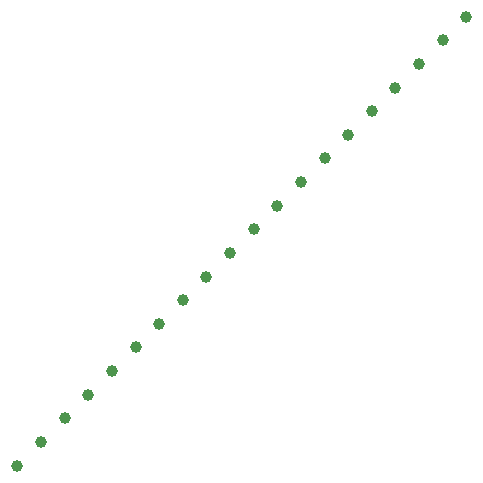
<source format=gbr>
G04 Examples for testing time performance of Gerber parsers*
%FSLAX26Y26*%
%MOMM*%
%ADD10C,1*%
%LPD*%
D10*
X0Y0D03*
X2000000Y2000000D03*
X4000000Y4000000D03*
X6000000Y6000000D03*
X8000000Y8000000D03*
X10000000Y10000000D03*
X12000000Y12000000D03*
X14000000Y14000000D03*
X16000000Y16000000D03*
X18000000Y18000000D03*
X20000000Y20000000D03*
X22000000Y22000000D03*
X24000000Y24000000D03*
X26000000Y26000000D03*
X28000000Y28000000D03*
X30000000Y30000000D03*
X32000000Y32000000D03*
X34000000Y34000000D03*
X36000000Y36000000D03*
X38000000Y38000000D03*
M02*

</source>
